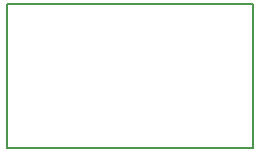
<source format=gm1>
G04 #@! TF.FileFunction,Profile,NP*
%FSLAX46Y46*%
G04 Gerber Fmt 4.6, Leading zero omitted, Abs format (unit mm)*
G04 Created by KiCad (PCBNEW 4.0.2-stable) date Monday, December 26, 2016 'PMt' 06:26:59 PM*
%MOMM*%
G01*
G04 APERTURE LIST*
%ADD10C,0.100000*%
%ADD11C,0.150000*%
G04 APERTURE END LIST*
D10*
D11*
X164592000Y-105664000D02*
X143764000Y-105664000D01*
X164592000Y-117856000D02*
X164592000Y-105664000D01*
X143764000Y-117856000D02*
X164592000Y-117856000D01*
X143764000Y-105664000D02*
X143764000Y-117856000D01*
M02*

</source>
